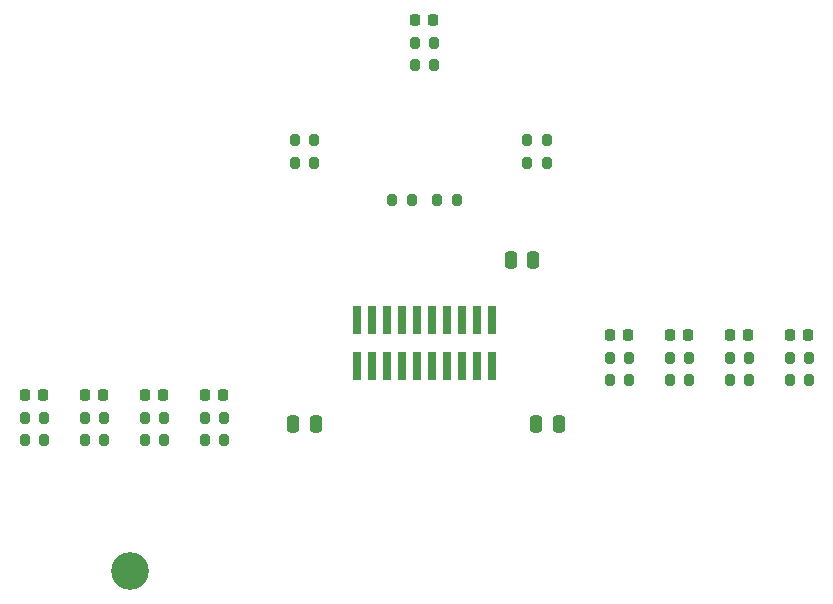
<source format=gbp>
%TF.GenerationSoftware,KiCad,Pcbnew,9.0.5*%
%TF.CreationDate,2025-11-15T17:59:51+00:00*%
%TF.ProjectId,gk-controls,676b2d63-6f6e-4747-926f-6c732e6b6963,rev?*%
%TF.SameCoordinates,Original*%
%TF.FileFunction,Paste,Bot*%
%TF.FilePolarity,Positive*%
%FSLAX46Y46*%
G04 Gerber Fmt 4.6, Leading zero omitted, Abs format (unit mm)*
G04 Created by KiCad (PCBNEW 9.0.5) date 2025-11-15 17:59:51*
%MOMM*%
%LPD*%
G01*
G04 APERTURE LIST*
G04 Aperture macros list*
%AMRoundRect*
0 Rectangle with rounded corners*
0 $1 Rounding radius*
0 $2 $3 $4 $5 $6 $7 $8 $9 X,Y pos of 4 corners*
0 Add a 4 corners polygon primitive as box body*
4,1,4,$2,$3,$4,$5,$6,$7,$8,$9,$2,$3,0*
0 Add four circle primitives for the rounded corners*
1,1,$1+$1,$2,$3*
1,1,$1+$1,$4,$5*
1,1,$1+$1,$6,$7*
1,1,$1+$1,$8,$9*
0 Add four rect primitives between the rounded corners*
20,1,$1+$1,$2,$3,$4,$5,0*
20,1,$1+$1,$4,$5,$6,$7,0*
20,1,$1+$1,$6,$7,$8,$9,0*
20,1,$1+$1,$8,$9,$2,$3,0*%
G04 Aperture macros list end*
%ADD10C,3.200000*%
%ADD11RoundRect,0.200000X-0.200000X-0.275000X0.200000X-0.275000X0.200000X0.275000X-0.200000X0.275000X0*%
%ADD12RoundRect,0.200000X0.200000X0.275000X-0.200000X0.275000X-0.200000X-0.275000X0.200000X-0.275000X0*%
%ADD13R,0.740000X2.400000*%
%ADD14RoundRect,0.225000X-0.225000X-0.250000X0.225000X-0.250000X0.225000X0.250000X-0.225000X0.250000X0*%
%ADD15RoundRect,0.250000X-0.250000X-0.475000X0.250000X-0.475000X0.250000X0.475000X-0.250000X0.475000X0*%
G04 APERTURE END LIST*
D10*
%TO.C,H1*%
X81788000Y-86614000D03*
%TD*%
D11*
%TO.C,R21*%
X72835000Y-75565000D03*
X74485000Y-75565000D03*
%TD*%
D12*
%TO.C,R27*%
X84645000Y-73660000D03*
X82995000Y-73660000D03*
%TD*%
%TO.C,R25*%
X74485000Y-73660000D03*
X72835000Y-73660000D03*
%TD*%
%TO.C,R28*%
X89725000Y-73660000D03*
X88075000Y-73660000D03*
%TD*%
D13*
%TO.C,J1*%
X112395000Y-69260000D03*
X112395000Y-65360000D03*
X111125000Y-69260000D03*
X111125000Y-65360000D03*
X109855000Y-69260000D03*
X109855000Y-65360000D03*
X108585000Y-69260000D03*
X108585000Y-65360000D03*
X107315000Y-69260000D03*
X107315000Y-65360000D03*
X106045000Y-69260000D03*
X106045000Y-65360000D03*
X104775000Y-69260000D03*
X104775000Y-65360000D03*
X103505000Y-69260000D03*
X103505000Y-65360000D03*
X102235000Y-69260000D03*
X102235000Y-65360000D03*
X100965000Y-69260000D03*
X100965000Y-65360000D03*
%TD*%
D11*
%TO.C,R22*%
X77915000Y-75565000D03*
X79565000Y-75565000D03*
%TD*%
D14*
%TO.C,C12*%
X122415000Y-66675000D03*
X123965000Y-66675000D03*
%TD*%
D11*
%TO.C,R24*%
X88075000Y-75565000D03*
X89725000Y-75565000D03*
%TD*%
D14*
%TO.C,C15*%
X137655000Y-66675000D03*
X139205000Y-66675000D03*
%TD*%
D12*
%TO.C,R19*%
X134175000Y-68580000D03*
X132525000Y-68580000D03*
%TD*%
D11*
%TO.C,R13*%
X122365000Y-70485000D03*
X124015000Y-70485000D03*
%TD*%
D12*
%TO.C,R18*%
X129095000Y-68580000D03*
X127445000Y-68580000D03*
%TD*%
D14*
%TO.C,C22*%
X105905000Y-40005000D03*
X107455000Y-40005000D03*
%TD*%
D12*
%TO.C,R34*%
X107505000Y-41910000D03*
X105855000Y-41910000D03*
%TD*%
D11*
%TO.C,R23*%
X82995000Y-75565000D03*
X84645000Y-75565000D03*
%TD*%
D14*
%TO.C,C17*%
X77965000Y-71755000D03*
X79515000Y-71755000D03*
%TD*%
D11*
%TO.C,R10*%
X115380000Y-52070000D03*
X117030000Y-52070000D03*
%TD*%
D15*
%TO.C,C2*%
X116144000Y-74168000D03*
X118044000Y-74168000D03*
%TD*%
%TO.C,C1*%
X113985000Y-60325000D03*
X115885000Y-60325000D03*
%TD*%
D12*
%TO.C,R26*%
X79565000Y-73660000D03*
X77915000Y-73660000D03*
%TD*%
D14*
%TO.C,C19*%
X88125000Y-71755000D03*
X89675000Y-71755000D03*
%TD*%
%TO.C,C14*%
X132575000Y-66675000D03*
X134125000Y-66675000D03*
%TD*%
D12*
%TO.C,R6*%
X105600000Y-55245000D03*
X103950000Y-55245000D03*
%TD*%
D15*
%TO.C,C3*%
X95570000Y-74168000D03*
X97470000Y-74168000D03*
%TD*%
D12*
%TO.C,R7*%
X97345000Y-50165000D03*
X95695000Y-50165000D03*
%TD*%
D14*
%TO.C,C16*%
X72885000Y-71755000D03*
X74435000Y-71755000D03*
%TD*%
D12*
%TO.C,R17*%
X124015000Y-68580000D03*
X122365000Y-68580000D03*
%TD*%
D11*
%TO.C,R16*%
X137605000Y-70485000D03*
X139255000Y-70485000D03*
%TD*%
%TO.C,R15*%
X132525000Y-70485000D03*
X134175000Y-70485000D03*
%TD*%
D14*
%TO.C,C13*%
X127495000Y-66675000D03*
X129045000Y-66675000D03*
%TD*%
D12*
%TO.C,R20*%
X139255000Y-68580000D03*
X137605000Y-68580000D03*
%TD*%
D11*
%TO.C,R31*%
X105855000Y-43815000D03*
X107505000Y-43815000D03*
%TD*%
D12*
%TO.C,R9*%
X109410000Y-55245000D03*
X107760000Y-55245000D03*
%TD*%
D14*
%TO.C,C18*%
X83045000Y-71755000D03*
X84595000Y-71755000D03*
%TD*%
D11*
%TO.C,R12*%
X115380000Y-50165000D03*
X117030000Y-50165000D03*
%TD*%
D12*
%TO.C,R8*%
X97345000Y-52070000D03*
X95695000Y-52070000D03*
%TD*%
D11*
%TO.C,R14*%
X127445000Y-70485000D03*
X129095000Y-70485000D03*
%TD*%
M02*

</source>
